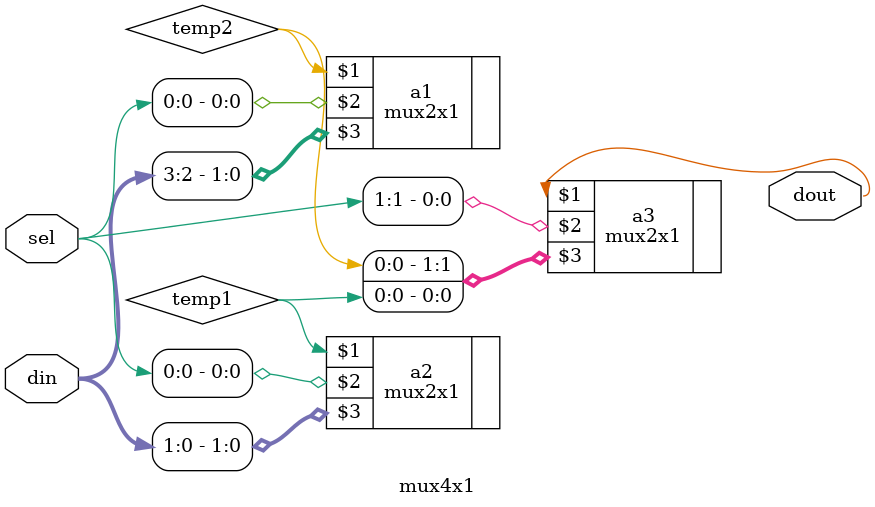
<source format=v>
module mux4x1(output dout,
              input [1:0] sel,
              input [3:0] din);
         
wire temp1, temp2;
mux2x1 a1 (temp2, sel[0], din[3:2]),
       a2 (temp1, sel[0], din[1:0]),
       a3 (dout, sel[1], {temp2, temp1});
endmodule              

</source>
